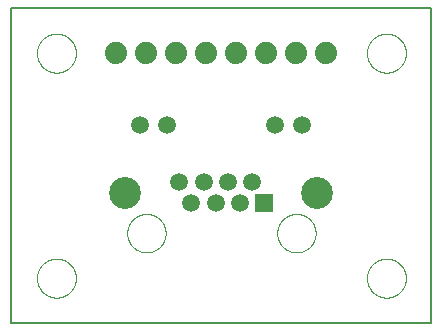
<source format=gbl>
G75*
%MOIN*%
%OFA0B0*%
%FSLAX25Y25*%
%IPPOS*%
%LPD*%
%AMOC8*
5,1,8,0,0,1.08239X$1,22.5*
%
%ADD10C,0.00600*%
%ADD11R,0.05937X0.05937*%
%ADD12C,0.05937*%
%ADD13C,0.00000*%
%ADD14C,0.10630*%
%ADD15C,0.07400*%
D10*
X0001300Y0001300D02*
X0001300Y0106300D01*
X0141300Y0106300D01*
X0141300Y0001300D01*
X0001300Y0001300D01*
D11*
X0085394Y0041300D03*
D12*
X0077363Y0041300D03*
X0069331Y0041300D03*
X0061300Y0041300D03*
X0057284Y0048308D03*
X0065316Y0048308D03*
X0073347Y0048308D03*
X0081379Y0048308D03*
X0089292Y0067284D03*
X0098308Y0067284D03*
X0053308Y0067284D03*
X0044292Y0067284D03*
D13*
X0009800Y0091300D02*
X0009802Y0091461D01*
X0009808Y0091621D01*
X0009818Y0091782D01*
X0009832Y0091942D01*
X0009850Y0092102D01*
X0009871Y0092261D01*
X0009897Y0092420D01*
X0009927Y0092578D01*
X0009960Y0092735D01*
X0009998Y0092892D01*
X0010039Y0093047D01*
X0010084Y0093201D01*
X0010133Y0093354D01*
X0010186Y0093506D01*
X0010242Y0093657D01*
X0010303Y0093806D01*
X0010366Y0093954D01*
X0010434Y0094100D01*
X0010505Y0094244D01*
X0010579Y0094386D01*
X0010657Y0094527D01*
X0010739Y0094665D01*
X0010824Y0094802D01*
X0010912Y0094936D01*
X0011004Y0095068D01*
X0011099Y0095198D01*
X0011197Y0095326D01*
X0011298Y0095451D01*
X0011402Y0095573D01*
X0011509Y0095693D01*
X0011619Y0095810D01*
X0011732Y0095925D01*
X0011848Y0096036D01*
X0011967Y0096145D01*
X0012088Y0096250D01*
X0012212Y0096353D01*
X0012338Y0096453D01*
X0012466Y0096549D01*
X0012597Y0096642D01*
X0012731Y0096732D01*
X0012866Y0096819D01*
X0013004Y0096902D01*
X0013143Y0096982D01*
X0013285Y0097058D01*
X0013428Y0097131D01*
X0013573Y0097200D01*
X0013720Y0097266D01*
X0013868Y0097328D01*
X0014018Y0097386D01*
X0014169Y0097441D01*
X0014322Y0097492D01*
X0014476Y0097539D01*
X0014631Y0097582D01*
X0014787Y0097621D01*
X0014943Y0097657D01*
X0015101Y0097688D01*
X0015259Y0097716D01*
X0015418Y0097740D01*
X0015578Y0097760D01*
X0015738Y0097776D01*
X0015898Y0097788D01*
X0016059Y0097796D01*
X0016220Y0097800D01*
X0016380Y0097800D01*
X0016541Y0097796D01*
X0016702Y0097788D01*
X0016862Y0097776D01*
X0017022Y0097760D01*
X0017182Y0097740D01*
X0017341Y0097716D01*
X0017499Y0097688D01*
X0017657Y0097657D01*
X0017813Y0097621D01*
X0017969Y0097582D01*
X0018124Y0097539D01*
X0018278Y0097492D01*
X0018431Y0097441D01*
X0018582Y0097386D01*
X0018732Y0097328D01*
X0018880Y0097266D01*
X0019027Y0097200D01*
X0019172Y0097131D01*
X0019315Y0097058D01*
X0019457Y0096982D01*
X0019596Y0096902D01*
X0019734Y0096819D01*
X0019869Y0096732D01*
X0020003Y0096642D01*
X0020134Y0096549D01*
X0020262Y0096453D01*
X0020388Y0096353D01*
X0020512Y0096250D01*
X0020633Y0096145D01*
X0020752Y0096036D01*
X0020868Y0095925D01*
X0020981Y0095810D01*
X0021091Y0095693D01*
X0021198Y0095573D01*
X0021302Y0095451D01*
X0021403Y0095326D01*
X0021501Y0095198D01*
X0021596Y0095068D01*
X0021688Y0094936D01*
X0021776Y0094802D01*
X0021861Y0094665D01*
X0021943Y0094527D01*
X0022021Y0094386D01*
X0022095Y0094244D01*
X0022166Y0094100D01*
X0022234Y0093954D01*
X0022297Y0093806D01*
X0022358Y0093657D01*
X0022414Y0093506D01*
X0022467Y0093354D01*
X0022516Y0093201D01*
X0022561Y0093047D01*
X0022602Y0092892D01*
X0022640Y0092735D01*
X0022673Y0092578D01*
X0022703Y0092420D01*
X0022729Y0092261D01*
X0022750Y0092102D01*
X0022768Y0091942D01*
X0022782Y0091782D01*
X0022792Y0091621D01*
X0022798Y0091461D01*
X0022800Y0091300D01*
X0022798Y0091139D01*
X0022792Y0090979D01*
X0022782Y0090818D01*
X0022768Y0090658D01*
X0022750Y0090498D01*
X0022729Y0090339D01*
X0022703Y0090180D01*
X0022673Y0090022D01*
X0022640Y0089865D01*
X0022602Y0089708D01*
X0022561Y0089553D01*
X0022516Y0089399D01*
X0022467Y0089246D01*
X0022414Y0089094D01*
X0022358Y0088943D01*
X0022297Y0088794D01*
X0022234Y0088646D01*
X0022166Y0088500D01*
X0022095Y0088356D01*
X0022021Y0088214D01*
X0021943Y0088073D01*
X0021861Y0087935D01*
X0021776Y0087798D01*
X0021688Y0087664D01*
X0021596Y0087532D01*
X0021501Y0087402D01*
X0021403Y0087274D01*
X0021302Y0087149D01*
X0021198Y0087027D01*
X0021091Y0086907D01*
X0020981Y0086790D01*
X0020868Y0086675D01*
X0020752Y0086564D01*
X0020633Y0086455D01*
X0020512Y0086350D01*
X0020388Y0086247D01*
X0020262Y0086147D01*
X0020134Y0086051D01*
X0020003Y0085958D01*
X0019869Y0085868D01*
X0019734Y0085781D01*
X0019596Y0085698D01*
X0019457Y0085618D01*
X0019315Y0085542D01*
X0019172Y0085469D01*
X0019027Y0085400D01*
X0018880Y0085334D01*
X0018732Y0085272D01*
X0018582Y0085214D01*
X0018431Y0085159D01*
X0018278Y0085108D01*
X0018124Y0085061D01*
X0017969Y0085018D01*
X0017813Y0084979D01*
X0017657Y0084943D01*
X0017499Y0084912D01*
X0017341Y0084884D01*
X0017182Y0084860D01*
X0017022Y0084840D01*
X0016862Y0084824D01*
X0016702Y0084812D01*
X0016541Y0084804D01*
X0016380Y0084800D01*
X0016220Y0084800D01*
X0016059Y0084804D01*
X0015898Y0084812D01*
X0015738Y0084824D01*
X0015578Y0084840D01*
X0015418Y0084860D01*
X0015259Y0084884D01*
X0015101Y0084912D01*
X0014943Y0084943D01*
X0014787Y0084979D01*
X0014631Y0085018D01*
X0014476Y0085061D01*
X0014322Y0085108D01*
X0014169Y0085159D01*
X0014018Y0085214D01*
X0013868Y0085272D01*
X0013720Y0085334D01*
X0013573Y0085400D01*
X0013428Y0085469D01*
X0013285Y0085542D01*
X0013143Y0085618D01*
X0013004Y0085698D01*
X0012866Y0085781D01*
X0012731Y0085868D01*
X0012597Y0085958D01*
X0012466Y0086051D01*
X0012338Y0086147D01*
X0012212Y0086247D01*
X0012088Y0086350D01*
X0011967Y0086455D01*
X0011848Y0086564D01*
X0011732Y0086675D01*
X0011619Y0086790D01*
X0011509Y0086907D01*
X0011402Y0087027D01*
X0011298Y0087149D01*
X0011197Y0087274D01*
X0011099Y0087402D01*
X0011004Y0087532D01*
X0010912Y0087664D01*
X0010824Y0087798D01*
X0010739Y0087935D01*
X0010657Y0088073D01*
X0010579Y0088214D01*
X0010505Y0088356D01*
X0010434Y0088500D01*
X0010366Y0088646D01*
X0010303Y0088794D01*
X0010242Y0088943D01*
X0010186Y0089094D01*
X0010133Y0089246D01*
X0010084Y0089399D01*
X0010039Y0089553D01*
X0009998Y0089708D01*
X0009960Y0089865D01*
X0009927Y0090022D01*
X0009897Y0090180D01*
X0009871Y0090339D01*
X0009850Y0090498D01*
X0009832Y0090658D01*
X0009818Y0090818D01*
X0009808Y0090979D01*
X0009802Y0091139D01*
X0009800Y0091300D01*
X0039902Y0031300D02*
X0039904Y0031460D01*
X0039910Y0031619D01*
X0039920Y0031778D01*
X0039934Y0031937D01*
X0039952Y0032096D01*
X0039973Y0032254D01*
X0039999Y0032411D01*
X0040029Y0032568D01*
X0040062Y0032724D01*
X0040100Y0032879D01*
X0040141Y0033033D01*
X0040186Y0033186D01*
X0040235Y0033338D01*
X0040288Y0033488D01*
X0040344Y0033637D01*
X0040404Y0033785D01*
X0040468Y0033931D01*
X0040536Y0034076D01*
X0040607Y0034219D01*
X0040681Y0034360D01*
X0040759Y0034499D01*
X0040841Y0034636D01*
X0040926Y0034771D01*
X0041014Y0034904D01*
X0041105Y0035035D01*
X0041200Y0035163D01*
X0041298Y0035289D01*
X0041399Y0035413D01*
X0041503Y0035533D01*
X0041610Y0035652D01*
X0041720Y0035767D01*
X0041833Y0035880D01*
X0041948Y0035990D01*
X0042067Y0036097D01*
X0042187Y0036201D01*
X0042311Y0036302D01*
X0042437Y0036400D01*
X0042565Y0036495D01*
X0042696Y0036586D01*
X0042829Y0036674D01*
X0042964Y0036759D01*
X0043101Y0036841D01*
X0043240Y0036919D01*
X0043381Y0036993D01*
X0043524Y0037064D01*
X0043669Y0037132D01*
X0043815Y0037196D01*
X0043963Y0037256D01*
X0044112Y0037312D01*
X0044262Y0037365D01*
X0044414Y0037414D01*
X0044567Y0037459D01*
X0044721Y0037500D01*
X0044876Y0037538D01*
X0045032Y0037571D01*
X0045189Y0037601D01*
X0045346Y0037627D01*
X0045504Y0037648D01*
X0045663Y0037666D01*
X0045822Y0037680D01*
X0045981Y0037690D01*
X0046140Y0037696D01*
X0046300Y0037698D01*
X0046460Y0037696D01*
X0046619Y0037690D01*
X0046778Y0037680D01*
X0046937Y0037666D01*
X0047096Y0037648D01*
X0047254Y0037627D01*
X0047411Y0037601D01*
X0047568Y0037571D01*
X0047724Y0037538D01*
X0047879Y0037500D01*
X0048033Y0037459D01*
X0048186Y0037414D01*
X0048338Y0037365D01*
X0048488Y0037312D01*
X0048637Y0037256D01*
X0048785Y0037196D01*
X0048931Y0037132D01*
X0049076Y0037064D01*
X0049219Y0036993D01*
X0049360Y0036919D01*
X0049499Y0036841D01*
X0049636Y0036759D01*
X0049771Y0036674D01*
X0049904Y0036586D01*
X0050035Y0036495D01*
X0050163Y0036400D01*
X0050289Y0036302D01*
X0050413Y0036201D01*
X0050533Y0036097D01*
X0050652Y0035990D01*
X0050767Y0035880D01*
X0050880Y0035767D01*
X0050990Y0035652D01*
X0051097Y0035533D01*
X0051201Y0035413D01*
X0051302Y0035289D01*
X0051400Y0035163D01*
X0051495Y0035035D01*
X0051586Y0034904D01*
X0051674Y0034771D01*
X0051759Y0034636D01*
X0051841Y0034499D01*
X0051919Y0034360D01*
X0051993Y0034219D01*
X0052064Y0034076D01*
X0052132Y0033931D01*
X0052196Y0033785D01*
X0052256Y0033637D01*
X0052312Y0033488D01*
X0052365Y0033338D01*
X0052414Y0033186D01*
X0052459Y0033033D01*
X0052500Y0032879D01*
X0052538Y0032724D01*
X0052571Y0032568D01*
X0052601Y0032411D01*
X0052627Y0032254D01*
X0052648Y0032096D01*
X0052666Y0031937D01*
X0052680Y0031778D01*
X0052690Y0031619D01*
X0052696Y0031460D01*
X0052698Y0031300D01*
X0052696Y0031140D01*
X0052690Y0030981D01*
X0052680Y0030822D01*
X0052666Y0030663D01*
X0052648Y0030504D01*
X0052627Y0030346D01*
X0052601Y0030189D01*
X0052571Y0030032D01*
X0052538Y0029876D01*
X0052500Y0029721D01*
X0052459Y0029567D01*
X0052414Y0029414D01*
X0052365Y0029262D01*
X0052312Y0029112D01*
X0052256Y0028963D01*
X0052196Y0028815D01*
X0052132Y0028669D01*
X0052064Y0028524D01*
X0051993Y0028381D01*
X0051919Y0028240D01*
X0051841Y0028101D01*
X0051759Y0027964D01*
X0051674Y0027829D01*
X0051586Y0027696D01*
X0051495Y0027565D01*
X0051400Y0027437D01*
X0051302Y0027311D01*
X0051201Y0027187D01*
X0051097Y0027067D01*
X0050990Y0026948D01*
X0050880Y0026833D01*
X0050767Y0026720D01*
X0050652Y0026610D01*
X0050533Y0026503D01*
X0050413Y0026399D01*
X0050289Y0026298D01*
X0050163Y0026200D01*
X0050035Y0026105D01*
X0049904Y0026014D01*
X0049771Y0025926D01*
X0049636Y0025841D01*
X0049499Y0025759D01*
X0049360Y0025681D01*
X0049219Y0025607D01*
X0049076Y0025536D01*
X0048931Y0025468D01*
X0048785Y0025404D01*
X0048637Y0025344D01*
X0048488Y0025288D01*
X0048338Y0025235D01*
X0048186Y0025186D01*
X0048033Y0025141D01*
X0047879Y0025100D01*
X0047724Y0025062D01*
X0047568Y0025029D01*
X0047411Y0024999D01*
X0047254Y0024973D01*
X0047096Y0024952D01*
X0046937Y0024934D01*
X0046778Y0024920D01*
X0046619Y0024910D01*
X0046460Y0024904D01*
X0046300Y0024902D01*
X0046140Y0024904D01*
X0045981Y0024910D01*
X0045822Y0024920D01*
X0045663Y0024934D01*
X0045504Y0024952D01*
X0045346Y0024973D01*
X0045189Y0024999D01*
X0045032Y0025029D01*
X0044876Y0025062D01*
X0044721Y0025100D01*
X0044567Y0025141D01*
X0044414Y0025186D01*
X0044262Y0025235D01*
X0044112Y0025288D01*
X0043963Y0025344D01*
X0043815Y0025404D01*
X0043669Y0025468D01*
X0043524Y0025536D01*
X0043381Y0025607D01*
X0043240Y0025681D01*
X0043101Y0025759D01*
X0042964Y0025841D01*
X0042829Y0025926D01*
X0042696Y0026014D01*
X0042565Y0026105D01*
X0042437Y0026200D01*
X0042311Y0026298D01*
X0042187Y0026399D01*
X0042067Y0026503D01*
X0041948Y0026610D01*
X0041833Y0026720D01*
X0041720Y0026833D01*
X0041610Y0026948D01*
X0041503Y0027067D01*
X0041399Y0027187D01*
X0041298Y0027311D01*
X0041200Y0027437D01*
X0041105Y0027565D01*
X0041014Y0027696D01*
X0040926Y0027829D01*
X0040841Y0027964D01*
X0040759Y0028101D01*
X0040681Y0028240D01*
X0040607Y0028381D01*
X0040536Y0028524D01*
X0040468Y0028669D01*
X0040404Y0028815D01*
X0040344Y0028963D01*
X0040288Y0029112D01*
X0040235Y0029262D01*
X0040186Y0029414D01*
X0040141Y0029567D01*
X0040100Y0029721D01*
X0040062Y0029876D01*
X0040029Y0030032D01*
X0039999Y0030189D01*
X0039973Y0030346D01*
X0039952Y0030504D01*
X0039934Y0030663D01*
X0039920Y0030822D01*
X0039910Y0030981D01*
X0039904Y0031140D01*
X0039902Y0031300D01*
X0009800Y0016300D02*
X0009802Y0016461D01*
X0009808Y0016621D01*
X0009818Y0016782D01*
X0009832Y0016942D01*
X0009850Y0017102D01*
X0009871Y0017261D01*
X0009897Y0017420D01*
X0009927Y0017578D01*
X0009960Y0017735D01*
X0009998Y0017892D01*
X0010039Y0018047D01*
X0010084Y0018201D01*
X0010133Y0018354D01*
X0010186Y0018506D01*
X0010242Y0018657D01*
X0010303Y0018806D01*
X0010366Y0018954D01*
X0010434Y0019100D01*
X0010505Y0019244D01*
X0010579Y0019386D01*
X0010657Y0019527D01*
X0010739Y0019665D01*
X0010824Y0019802D01*
X0010912Y0019936D01*
X0011004Y0020068D01*
X0011099Y0020198D01*
X0011197Y0020326D01*
X0011298Y0020451D01*
X0011402Y0020573D01*
X0011509Y0020693D01*
X0011619Y0020810D01*
X0011732Y0020925D01*
X0011848Y0021036D01*
X0011967Y0021145D01*
X0012088Y0021250D01*
X0012212Y0021353D01*
X0012338Y0021453D01*
X0012466Y0021549D01*
X0012597Y0021642D01*
X0012731Y0021732D01*
X0012866Y0021819D01*
X0013004Y0021902D01*
X0013143Y0021982D01*
X0013285Y0022058D01*
X0013428Y0022131D01*
X0013573Y0022200D01*
X0013720Y0022266D01*
X0013868Y0022328D01*
X0014018Y0022386D01*
X0014169Y0022441D01*
X0014322Y0022492D01*
X0014476Y0022539D01*
X0014631Y0022582D01*
X0014787Y0022621D01*
X0014943Y0022657D01*
X0015101Y0022688D01*
X0015259Y0022716D01*
X0015418Y0022740D01*
X0015578Y0022760D01*
X0015738Y0022776D01*
X0015898Y0022788D01*
X0016059Y0022796D01*
X0016220Y0022800D01*
X0016380Y0022800D01*
X0016541Y0022796D01*
X0016702Y0022788D01*
X0016862Y0022776D01*
X0017022Y0022760D01*
X0017182Y0022740D01*
X0017341Y0022716D01*
X0017499Y0022688D01*
X0017657Y0022657D01*
X0017813Y0022621D01*
X0017969Y0022582D01*
X0018124Y0022539D01*
X0018278Y0022492D01*
X0018431Y0022441D01*
X0018582Y0022386D01*
X0018732Y0022328D01*
X0018880Y0022266D01*
X0019027Y0022200D01*
X0019172Y0022131D01*
X0019315Y0022058D01*
X0019457Y0021982D01*
X0019596Y0021902D01*
X0019734Y0021819D01*
X0019869Y0021732D01*
X0020003Y0021642D01*
X0020134Y0021549D01*
X0020262Y0021453D01*
X0020388Y0021353D01*
X0020512Y0021250D01*
X0020633Y0021145D01*
X0020752Y0021036D01*
X0020868Y0020925D01*
X0020981Y0020810D01*
X0021091Y0020693D01*
X0021198Y0020573D01*
X0021302Y0020451D01*
X0021403Y0020326D01*
X0021501Y0020198D01*
X0021596Y0020068D01*
X0021688Y0019936D01*
X0021776Y0019802D01*
X0021861Y0019665D01*
X0021943Y0019527D01*
X0022021Y0019386D01*
X0022095Y0019244D01*
X0022166Y0019100D01*
X0022234Y0018954D01*
X0022297Y0018806D01*
X0022358Y0018657D01*
X0022414Y0018506D01*
X0022467Y0018354D01*
X0022516Y0018201D01*
X0022561Y0018047D01*
X0022602Y0017892D01*
X0022640Y0017735D01*
X0022673Y0017578D01*
X0022703Y0017420D01*
X0022729Y0017261D01*
X0022750Y0017102D01*
X0022768Y0016942D01*
X0022782Y0016782D01*
X0022792Y0016621D01*
X0022798Y0016461D01*
X0022800Y0016300D01*
X0022798Y0016139D01*
X0022792Y0015979D01*
X0022782Y0015818D01*
X0022768Y0015658D01*
X0022750Y0015498D01*
X0022729Y0015339D01*
X0022703Y0015180D01*
X0022673Y0015022D01*
X0022640Y0014865D01*
X0022602Y0014708D01*
X0022561Y0014553D01*
X0022516Y0014399D01*
X0022467Y0014246D01*
X0022414Y0014094D01*
X0022358Y0013943D01*
X0022297Y0013794D01*
X0022234Y0013646D01*
X0022166Y0013500D01*
X0022095Y0013356D01*
X0022021Y0013214D01*
X0021943Y0013073D01*
X0021861Y0012935D01*
X0021776Y0012798D01*
X0021688Y0012664D01*
X0021596Y0012532D01*
X0021501Y0012402D01*
X0021403Y0012274D01*
X0021302Y0012149D01*
X0021198Y0012027D01*
X0021091Y0011907D01*
X0020981Y0011790D01*
X0020868Y0011675D01*
X0020752Y0011564D01*
X0020633Y0011455D01*
X0020512Y0011350D01*
X0020388Y0011247D01*
X0020262Y0011147D01*
X0020134Y0011051D01*
X0020003Y0010958D01*
X0019869Y0010868D01*
X0019734Y0010781D01*
X0019596Y0010698D01*
X0019457Y0010618D01*
X0019315Y0010542D01*
X0019172Y0010469D01*
X0019027Y0010400D01*
X0018880Y0010334D01*
X0018732Y0010272D01*
X0018582Y0010214D01*
X0018431Y0010159D01*
X0018278Y0010108D01*
X0018124Y0010061D01*
X0017969Y0010018D01*
X0017813Y0009979D01*
X0017657Y0009943D01*
X0017499Y0009912D01*
X0017341Y0009884D01*
X0017182Y0009860D01*
X0017022Y0009840D01*
X0016862Y0009824D01*
X0016702Y0009812D01*
X0016541Y0009804D01*
X0016380Y0009800D01*
X0016220Y0009800D01*
X0016059Y0009804D01*
X0015898Y0009812D01*
X0015738Y0009824D01*
X0015578Y0009840D01*
X0015418Y0009860D01*
X0015259Y0009884D01*
X0015101Y0009912D01*
X0014943Y0009943D01*
X0014787Y0009979D01*
X0014631Y0010018D01*
X0014476Y0010061D01*
X0014322Y0010108D01*
X0014169Y0010159D01*
X0014018Y0010214D01*
X0013868Y0010272D01*
X0013720Y0010334D01*
X0013573Y0010400D01*
X0013428Y0010469D01*
X0013285Y0010542D01*
X0013143Y0010618D01*
X0013004Y0010698D01*
X0012866Y0010781D01*
X0012731Y0010868D01*
X0012597Y0010958D01*
X0012466Y0011051D01*
X0012338Y0011147D01*
X0012212Y0011247D01*
X0012088Y0011350D01*
X0011967Y0011455D01*
X0011848Y0011564D01*
X0011732Y0011675D01*
X0011619Y0011790D01*
X0011509Y0011907D01*
X0011402Y0012027D01*
X0011298Y0012149D01*
X0011197Y0012274D01*
X0011099Y0012402D01*
X0011004Y0012532D01*
X0010912Y0012664D01*
X0010824Y0012798D01*
X0010739Y0012935D01*
X0010657Y0013073D01*
X0010579Y0013214D01*
X0010505Y0013356D01*
X0010434Y0013500D01*
X0010366Y0013646D01*
X0010303Y0013794D01*
X0010242Y0013943D01*
X0010186Y0014094D01*
X0010133Y0014246D01*
X0010084Y0014399D01*
X0010039Y0014553D01*
X0009998Y0014708D01*
X0009960Y0014865D01*
X0009927Y0015022D01*
X0009897Y0015180D01*
X0009871Y0015339D01*
X0009850Y0015498D01*
X0009832Y0015658D01*
X0009818Y0015818D01*
X0009808Y0015979D01*
X0009802Y0016139D01*
X0009800Y0016300D01*
X0089902Y0031300D02*
X0089904Y0031460D01*
X0089910Y0031619D01*
X0089920Y0031778D01*
X0089934Y0031937D01*
X0089952Y0032096D01*
X0089973Y0032254D01*
X0089999Y0032411D01*
X0090029Y0032568D01*
X0090062Y0032724D01*
X0090100Y0032879D01*
X0090141Y0033033D01*
X0090186Y0033186D01*
X0090235Y0033338D01*
X0090288Y0033488D01*
X0090344Y0033637D01*
X0090404Y0033785D01*
X0090468Y0033931D01*
X0090536Y0034076D01*
X0090607Y0034219D01*
X0090681Y0034360D01*
X0090759Y0034499D01*
X0090841Y0034636D01*
X0090926Y0034771D01*
X0091014Y0034904D01*
X0091105Y0035035D01*
X0091200Y0035163D01*
X0091298Y0035289D01*
X0091399Y0035413D01*
X0091503Y0035533D01*
X0091610Y0035652D01*
X0091720Y0035767D01*
X0091833Y0035880D01*
X0091948Y0035990D01*
X0092067Y0036097D01*
X0092187Y0036201D01*
X0092311Y0036302D01*
X0092437Y0036400D01*
X0092565Y0036495D01*
X0092696Y0036586D01*
X0092829Y0036674D01*
X0092964Y0036759D01*
X0093101Y0036841D01*
X0093240Y0036919D01*
X0093381Y0036993D01*
X0093524Y0037064D01*
X0093669Y0037132D01*
X0093815Y0037196D01*
X0093963Y0037256D01*
X0094112Y0037312D01*
X0094262Y0037365D01*
X0094414Y0037414D01*
X0094567Y0037459D01*
X0094721Y0037500D01*
X0094876Y0037538D01*
X0095032Y0037571D01*
X0095189Y0037601D01*
X0095346Y0037627D01*
X0095504Y0037648D01*
X0095663Y0037666D01*
X0095822Y0037680D01*
X0095981Y0037690D01*
X0096140Y0037696D01*
X0096300Y0037698D01*
X0096460Y0037696D01*
X0096619Y0037690D01*
X0096778Y0037680D01*
X0096937Y0037666D01*
X0097096Y0037648D01*
X0097254Y0037627D01*
X0097411Y0037601D01*
X0097568Y0037571D01*
X0097724Y0037538D01*
X0097879Y0037500D01*
X0098033Y0037459D01*
X0098186Y0037414D01*
X0098338Y0037365D01*
X0098488Y0037312D01*
X0098637Y0037256D01*
X0098785Y0037196D01*
X0098931Y0037132D01*
X0099076Y0037064D01*
X0099219Y0036993D01*
X0099360Y0036919D01*
X0099499Y0036841D01*
X0099636Y0036759D01*
X0099771Y0036674D01*
X0099904Y0036586D01*
X0100035Y0036495D01*
X0100163Y0036400D01*
X0100289Y0036302D01*
X0100413Y0036201D01*
X0100533Y0036097D01*
X0100652Y0035990D01*
X0100767Y0035880D01*
X0100880Y0035767D01*
X0100990Y0035652D01*
X0101097Y0035533D01*
X0101201Y0035413D01*
X0101302Y0035289D01*
X0101400Y0035163D01*
X0101495Y0035035D01*
X0101586Y0034904D01*
X0101674Y0034771D01*
X0101759Y0034636D01*
X0101841Y0034499D01*
X0101919Y0034360D01*
X0101993Y0034219D01*
X0102064Y0034076D01*
X0102132Y0033931D01*
X0102196Y0033785D01*
X0102256Y0033637D01*
X0102312Y0033488D01*
X0102365Y0033338D01*
X0102414Y0033186D01*
X0102459Y0033033D01*
X0102500Y0032879D01*
X0102538Y0032724D01*
X0102571Y0032568D01*
X0102601Y0032411D01*
X0102627Y0032254D01*
X0102648Y0032096D01*
X0102666Y0031937D01*
X0102680Y0031778D01*
X0102690Y0031619D01*
X0102696Y0031460D01*
X0102698Y0031300D01*
X0102696Y0031140D01*
X0102690Y0030981D01*
X0102680Y0030822D01*
X0102666Y0030663D01*
X0102648Y0030504D01*
X0102627Y0030346D01*
X0102601Y0030189D01*
X0102571Y0030032D01*
X0102538Y0029876D01*
X0102500Y0029721D01*
X0102459Y0029567D01*
X0102414Y0029414D01*
X0102365Y0029262D01*
X0102312Y0029112D01*
X0102256Y0028963D01*
X0102196Y0028815D01*
X0102132Y0028669D01*
X0102064Y0028524D01*
X0101993Y0028381D01*
X0101919Y0028240D01*
X0101841Y0028101D01*
X0101759Y0027964D01*
X0101674Y0027829D01*
X0101586Y0027696D01*
X0101495Y0027565D01*
X0101400Y0027437D01*
X0101302Y0027311D01*
X0101201Y0027187D01*
X0101097Y0027067D01*
X0100990Y0026948D01*
X0100880Y0026833D01*
X0100767Y0026720D01*
X0100652Y0026610D01*
X0100533Y0026503D01*
X0100413Y0026399D01*
X0100289Y0026298D01*
X0100163Y0026200D01*
X0100035Y0026105D01*
X0099904Y0026014D01*
X0099771Y0025926D01*
X0099636Y0025841D01*
X0099499Y0025759D01*
X0099360Y0025681D01*
X0099219Y0025607D01*
X0099076Y0025536D01*
X0098931Y0025468D01*
X0098785Y0025404D01*
X0098637Y0025344D01*
X0098488Y0025288D01*
X0098338Y0025235D01*
X0098186Y0025186D01*
X0098033Y0025141D01*
X0097879Y0025100D01*
X0097724Y0025062D01*
X0097568Y0025029D01*
X0097411Y0024999D01*
X0097254Y0024973D01*
X0097096Y0024952D01*
X0096937Y0024934D01*
X0096778Y0024920D01*
X0096619Y0024910D01*
X0096460Y0024904D01*
X0096300Y0024902D01*
X0096140Y0024904D01*
X0095981Y0024910D01*
X0095822Y0024920D01*
X0095663Y0024934D01*
X0095504Y0024952D01*
X0095346Y0024973D01*
X0095189Y0024999D01*
X0095032Y0025029D01*
X0094876Y0025062D01*
X0094721Y0025100D01*
X0094567Y0025141D01*
X0094414Y0025186D01*
X0094262Y0025235D01*
X0094112Y0025288D01*
X0093963Y0025344D01*
X0093815Y0025404D01*
X0093669Y0025468D01*
X0093524Y0025536D01*
X0093381Y0025607D01*
X0093240Y0025681D01*
X0093101Y0025759D01*
X0092964Y0025841D01*
X0092829Y0025926D01*
X0092696Y0026014D01*
X0092565Y0026105D01*
X0092437Y0026200D01*
X0092311Y0026298D01*
X0092187Y0026399D01*
X0092067Y0026503D01*
X0091948Y0026610D01*
X0091833Y0026720D01*
X0091720Y0026833D01*
X0091610Y0026948D01*
X0091503Y0027067D01*
X0091399Y0027187D01*
X0091298Y0027311D01*
X0091200Y0027437D01*
X0091105Y0027565D01*
X0091014Y0027696D01*
X0090926Y0027829D01*
X0090841Y0027964D01*
X0090759Y0028101D01*
X0090681Y0028240D01*
X0090607Y0028381D01*
X0090536Y0028524D01*
X0090468Y0028669D01*
X0090404Y0028815D01*
X0090344Y0028963D01*
X0090288Y0029112D01*
X0090235Y0029262D01*
X0090186Y0029414D01*
X0090141Y0029567D01*
X0090100Y0029721D01*
X0090062Y0029876D01*
X0090029Y0030032D01*
X0089999Y0030189D01*
X0089973Y0030346D01*
X0089952Y0030504D01*
X0089934Y0030663D01*
X0089920Y0030822D01*
X0089910Y0030981D01*
X0089904Y0031140D01*
X0089902Y0031300D01*
X0119800Y0016300D02*
X0119802Y0016461D01*
X0119808Y0016621D01*
X0119818Y0016782D01*
X0119832Y0016942D01*
X0119850Y0017102D01*
X0119871Y0017261D01*
X0119897Y0017420D01*
X0119927Y0017578D01*
X0119960Y0017735D01*
X0119998Y0017892D01*
X0120039Y0018047D01*
X0120084Y0018201D01*
X0120133Y0018354D01*
X0120186Y0018506D01*
X0120242Y0018657D01*
X0120303Y0018806D01*
X0120366Y0018954D01*
X0120434Y0019100D01*
X0120505Y0019244D01*
X0120579Y0019386D01*
X0120657Y0019527D01*
X0120739Y0019665D01*
X0120824Y0019802D01*
X0120912Y0019936D01*
X0121004Y0020068D01*
X0121099Y0020198D01*
X0121197Y0020326D01*
X0121298Y0020451D01*
X0121402Y0020573D01*
X0121509Y0020693D01*
X0121619Y0020810D01*
X0121732Y0020925D01*
X0121848Y0021036D01*
X0121967Y0021145D01*
X0122088Y0021250D01*
X0122212Y0021353D01*
X0122338Y0021453D01*
X0122466Y0021549D01*
X0122597Y0021642D01*
X0122731Y0021732D01*
X0122866Y0021819D01*
X0123004Y0021902D01*
X0123143Y0021982D01*
X0123285Y0022058D01*
X0123428Y0022131D01*
X0123573Y0022200D01*
X0123720Y0022266D01*
X0123868Y0022328D01*
X0124018Y0022386D01*
X0124169Y0022441D01*
X0124322Y0022492D01*
X0124476Y0022539D01*
X0124631Y0022582D01*
X0124787Y0022621D01*
X0124943Y0022657D01*
X0125101Y0022688D01*
X0125259Y0022716D01*
X0125418Y0022740D01*
X0125578Y0022760D01*
X0125738Y0022776D01*
X0125898Y0022788D01*
X0126059Y0022796D01*
X0126220Y0022800D01*
X0126380Y0022800D01*
X0126541Y0022796D01*
X0126702Y0022788D01*
X0126862Y0022776D01*
X0127022Y0022760D01*
X0127182Y0022740D01*
X0127341Y0022716D01*
X0127499Y0022688D01*
X0127657Y0022657D01*
X0127813Y0022621D01*
X0127969Y0022582D01*
X0128124Y0022539D01*
X0128278Y0022492D01*
X0128431Y0022441D01*
X0128582Y0022386D01*
X0128732Y0022328D01*
X0128880Y0022266D01*
X0129027Y0022200D01*
X0129172Y0022131D01*
X0129315Y0022058D01*
X0129457Y0021982D01*
X0129596Y0021902D01*
X0129734Y0021819D01*
X0129869Y0021732D01*
X0130003Y0021642D01*
X0130134Y0021549D01*
X0130262Y0021453D01*
X0130388Y0021353D01*
X0130512Y0021250D01*
X0130633Y0021145D01*
X0130752Y0021036D01*
X0130868Y0020925D01*
X0130981Y0020810D01*
X0131091Y0020693D01*
X0131198Y0020573D01*
X0131302Y0020451D01*
X0131403Y0020326D01*
X0131501Y0020198D01*
X0131596Y0020068D01*
X0131688Y0019936D01*
X0131776Y0019802D01*
X0131861Y0019665D01*
X0131943Y0019527D01*
X0132021Y0019386D01*
X0132095Y0019244D01*
X0132166Y0019100D01*
X0132234Y0018954D01*
X0132297Y0018806D01*
X0132358Y0018657D01*
X0132414Y0018506D01*
X0132467Y0018354D01*
X0132516Y0018201D01*
X0132561Y0018047D01*
X0132602Y0017892D01*
X0132640Y0017735D01*
X0132673Y0017578D01*
X0132703Y0017420D01*
X0132729Y0017261D01*
X0132750Y0017102D01*
X0132768Y0016942D01*
X0132782Y0016782D01*
X0132792Y0016621D01*
X0132798Y0016461D01*
X0132800Y0016300D01*
X0132798Y0016139D01*
X0132792Y0015979D01*
X0132782Y0015818D01*
X0132768Y0015658D01*
X0132750Y0015498D01*
X0132729Y0015339D01*
X0132703Y0015180D01*
X0132673Y0015022D01*
X0132640Y0014865D01*
X0132602Y0014708D01*
X0132561Y0014553D01*
X0132516Y0014399D01*
X0132467Y0014246D01*
X0132414Y0014094D01*
X0132358Y0013943D01*
X0132297Y0013794D01*
X0132234Y0013646D01*
X0132166Y0013500D01*
X0132095Y0013356D01*
X0132021Y0013214D01*
X0131943Y0013073D01*
X0131861Y0012935D01*
X0131776Y0012798D01*
X0131688Y0012664D01*
X0131596Y0012532D01*
X0131501Y0012402D01*
X0131403Y0012274D01*
X0131302Y0012149D01*
X0131198Y0012027D01*
X0131091Y0011907D01*
X0130981Y0011790D01*
X0130868Y0011675D01*
X0130752Y0011564D01*
X0130633Y0011455D01*
X0130512Y0011350D01*
X0130388Y0011247D01*
X0130262Y0011147D01*
X0130134Y0011051D01*
X0130003Y0010958D01*
X0129869Y0010868D01*
X0129734Y0010781D01*
X0129596Y0010698D01*
X0129457Y0010618D01*
X0129315Y0010542D01*
X0129172Y0010469D01*
X0129027Y0010400D01*
X0128880Y0010334D01*
X0128732Y0010272D01*
X0128582Y0010214D01*
X0128431Y0010159D01*
X0128278Y0010108D01*
X0128124Y0010061D01*
X0127969Y0010018D01*
X0127813Y0009979D01*
X0127657Y0009943D01*
X0127499Y0009912D01*
X0127341Y0009884D01*
X0127182Y0009860D01*
X0127022Y0009840D01*
X0126862Y0009824D01*
X0126702Y0009812D01*
X0126541Y0009804D01*
X0126380Y0009800D01*
X0126220Y0009800D01*
X0126059Y0009804D01*
X0125898Y0009812D01*
X0125738Y0009824D01*
X0125578Y0009840D01*
X0125418Y0009860D01*
X0125259Y0009884D01*
X0125101Y0009912D01*
X0124943Y0009943D01*
X0124787Y0009979D01*
X0124631Y0010018D01*
X0124476Y0010061D01*
X0124322Y0010108D01*
X0124169Y0010159D01*
X0124018Y0010214D01*
X0123868Y0010272D01*
X0123720Y0010334D01*
X0123573Y0010400D01*
X0123428Y0010469D01*
X0123285Y0010542D01*
X0123143Y0010618D01*
X0123004Y0010698D01*
X0122866Y0010781D01*
X0122731Y0010868D01*
X0122597Y0010958D01*
X0122466Y0011051D01*
X0122338Y0011147D01*
X0122212Y0011247D01*
X0122088Y0011350D01*
X0121967Y0011455D01*
X0121848Y0011564D01*
X0121732Y0011675D01*
X0121619Y0011790D01*
X0121509Y0011907D01*
X0121402Y0012027D01*
X0121298Y0012149D01*
X0121197Y0012274D01*
X0121099Y0012402D01*
X0121004Y0012532D01*
X0120912Y0012664D01*
X0120824Y0012798D01*
X0120739Y0012935D01*
X0120657Y0013073D01*
X0120579Y0013214D01*
X0120505Y0013356D01*
X0120434Y0013500D01*
X0120366Y0013646D01*
X0120303Y0013794D01*
X0120242Y0013943D01*
X0120186Y0014094D01*
X0120133Y0014246D01*
X0120084Y0014399D01*
X0120039Y0014553D01*
X0119998Y0014708D01*
X0119960Y0014865D01*
X0119927Y0015022D01*
X0119897Y0015180D01*
X0119871Y0015339D01*
X0119850Y0015498D01*
X0119832Y0015658D01*
X0119818Y0015818D01*
X0119808Y0015979D01*
X0119802Y0016139D01*
X0119800Y0016300D01*
X0119800Y0091300D02*
X0119802Y0091461D01*
X0119808Y0091621D01*
X0119818Y0091782D01*
X0119832Y0091942D01*
X0119850Y0092102D01*
X0119871Y0092261D01*
X0119897Y0092420D01*
X0119927Y0092578D01*
X0119960Y0092735D01*
X0119998Y0092892D01*
X0120039Y0093047D01*
X0120084Y0093201D01*
X0120133Y0093354D01*
X0120186Y0093506D01*
X0120242Y0093657D01*
X0120303Y0093806D01*
X0120366Y0093954D01*
X0120434Y0094100D01*
X0120505Y0094244D01*
X0120579Y0094386D01*
X0120657Y0094527D01*
X0120739Y0094665D01*
X0120824Y0094802D01*
X0120912Y0094936D01*
X0121004Y0095068D01*
X0121099Y0095198D01*
X0121197Y0095326D01*
X0121298Y0095451D01*
X0121402Y0095573D01*
X0121509Y0095693D01*
X0121619Y0095810D01*
X0121732Y0095925D01*
X0121848Y0096036D01*
X0121967Y0096145D01*
X0122088Y0096250D01*
X0122212Y0096353D01*
X0122338Y0096453D01*
X0122466Y0096549D01*
X0122597Y0096642D01*
X0122731Y0096732D01*
X0122866Y0096819D01*
X0123004Y0096902D01*
X0123143Y0096982D01*
X0123285Y0097058D01*
X0123428Y0097131D01*
X0123573Y0097200D01*
X0123720Y0097266D01*
X0123868Y0097328D01*
X0124018Y0097386D01*
X0124169Y0097441D01*
X0124322Y0097492D01*
X0124476Y0097539D01*
X0124631Y0097582D01*
X0124787Y0097621D01*
X0124943Y0097657D01*
X0125101Y0097688D01*
X0125259Y0097716D01*
X0125418Y0097740D01*
X0125578Y0097760D01*
X0125738Y0097776D01*
X0125898Y0097788D01*
X0126059Y0097796D01*
X0126220Y0097800D01*
X0126380Y0097800D01*
X0126541Y0097796D01*
X0126702Y0097788D01*
X0126862Y0097776D01*
X0127022Y0097760D01*
X0127182Y0097740D01*
X0127341Y0097716D01*
X0127499Y0097688D01*
X0127657Y0097657D01*
X0127813Y0097621D01*
X0127969Y0097582D01*
X0128124Y0097539D01*
X0128278Y0097492D01*
X0128431Y0097441D01*
X0128582Y0097386D01*
X0128732Y0097328D01*
X0128880Y0097266D01*
X0129027Y0097200D01*
X0129172Y0097131D01*
X0129315Y0097058D01*
X0129457Y0096982D01*
X0129596Y0096902D01*
X0129734Y0096819D01*
X0129869Y0096732D01*
X0130003Y0096642D01*
X0130134Y0096549D01*
X0130262Y0096453D01*
X0130388Y0096353D01*
X0130512Y0096250D01*
X0130633Y0096145D01*
X0130752Y0096036D01*
X0130868Y0095925D01*
X0130981Y0095810D01*
X0131091Y0095693D01*
X0131198Y0095573D01*
X0131302Y0095451D01*
X0131403Y0095326D01*
X0131501Y0095198D01*
X0131596Y0095068D01*
X0131688Y0094936D01*
X0131776Y0094802D01*
X0131861Y0094665D01*
X0131943Y0094527D01*
X0132021Y0094386D01*
X0132095Y0094244D01*
X0132166Y0094100D01*
X0132234Y0093954D01*
X0132297Y0093806D01*
X0132358Y0093657D01*
X0132414Y0093506D01*
X0132467Y0093354D01*
X0132516Y0093201D01*
X0132561Y0093047D01*
X0132602Y0092892D01*
X0132640Y0092735D01*
X0132673Y0092578D01*
X0132703Y0092420D01*
X0132729Y0092261D01*
X0132750Y0092102D01*
X0132768Y0091942D01*
X0132782Y0091782D01*
X0132792Y0091621D01*
X0132798Y0091461D01*
X0132800Y0091300D01*
X0132798Y0091139D01*
X0132792Y0090979D01*
X0132782Y0090818D01*
X0132768Y0090658D01*
X0132750Y0090498D01*
X0132729Y0090339D01*
X0132703Y0090180D01*
X0132673Y0090022D01*
X0132640Y0089865D01*
X0132602Y0089708D01*
X0132561Y0089553D01*
X0132516Y0089399D01*
X0132467Y0089246D01*
X0132414Y0089094D01*
X0132358Y0088943D01*
X0132297Y0088794D01*
X0132234Y0088646D01*
X0132166Y0088500D01*
X0132095Y0088356D01*
X0132021Y0088214D01*
X0131943Y0088073D01*
X0131861Y0087935D01*
X0131776Y0087798D01*
X0131688Y0087664D01*
X0131596Y0087532D01*
X0131501Y0087402D01*
X0131403Y0087274D01*
X0131302Y0087149D01*
X0131198Y0087027D01*
X0131091Y0086907D01*
X0130981Y0086790D01*
X0130868Y0086675D01*
X0130752Y0086564D01*
X0130633Y0086455D01*
X0130512Y0086350D01*
X0130388Y0086247D01*
X0130262Y0086147D01*
X0130134Y0086051D01*
X0130003Y0085958D01*
X0129869Y0085868D01*
X0129734Y0085781D01*
X0129596Y0085698D01*
X0129457Y0085618D01*
X0129315Y0085542D01*
X0129172Y0085469D01*
X0129027Y0085400D01*
X0128880Y0085334D01*
X0128732Y0085272D01*
X0128582Y0085214D01*
X0128431Y0085159D01*
X0128278Y0085108D01*
X0128124Y0085061D01*
X0127969Y0085018D01*
X0127813Y0084979D01*
X0127657Y0084943D01*
X0127499Y0084912D01*
X0127341Y0084884D01*
X0127182Y0084860D01*
X0127022Y0084840D01*
X0126862Y0084824D01*
X0126702Y0084812D01*
X0126541Y0084804D01*
X0126380Y0084800D01*
X0126220Y0084800D01*
X0126059Y0084804D01*
X0125898Y0084812D01*
X0125738Y0084824D01*
X0125578Y0084840D01*
X0125418Y0084860D01*
X0125259Y0084884D01*
X0125101Y0084912D01*
X0124943Y0084943D01*
X0124787Y0084979D01*
X0124631Y0085018D01*
X0124476Y0085061D01*
X0124322Y0085108D01*
X0124169Y0085159D01*
X0124018Y0085214D01*
X0123868Y0085272D01*
X0123720Y0085334D01*
X0123573Y0085400D01*
X0123428Y0085469D01*
X0123285Y0085542D01*
X0123143Y0085618D01*
X0123004Y0085698D01*
X0122866Y0085781D01*
X0122731Y0085868D01*
X0122597Y0085958D01*
X0122466Y0086051D01*
X0122338Y0086147D01*
X0122212Y0086247D01*
X0122088Y0086350D01*
X0121967Y0086455D01*
X0121848Y0086564D01*
X0121732Y0086675D01*
X0121619Y0086790D01*
X0121509Y0086907D01*
X0121402Y0087027D01*
X0121298Y0087149D01*
X0121197Y0087274D01*
X0121099Y0087402D01*
X0121004Y0087532D01*
X0120912Y0087664D01*
X0120824Y0087798D01*
X0120739Y0087935D01*
X0120657Y0088073D01*
X0120579Y0088214D01*
X0120505Y0088356D01*
X0120434Y0088500D01*
X0120366Y0088646D01*
X0120303Y0088794D01*
X0120242Y0088943D01*
X0120186Y0089094D01*
X0120133Y0089246D01*
X0120084Y0089399D01*
X0120039Y0089553D01*
X0119998Y0089708D01*
X0119960Y0089865D01*
X0119927Y0090022D01*
X0119897Y0090180D01*
X0119871Y0090339D01*
X0119850Y0090498D01*
X0119832Y0090658D01*
X0119818Y0090818D01*
X0119808Y0090979D01*
X0119802Y0091139D01*
X0119800Y0091300D01*
D14*
X0103308Y0044804D03*
X0039292Y0044804D03*
D15*
X0036300Y0091300D03*
X0046300Y0091300D03*
X0056300Y0091300D03*
X0066300Y0091300D03*
X0076300Y0091300D03*
X0086300Y0091300D03*
X0096300Y0091300D03*
X0106300Y0091300D03*
M02*

</source>
